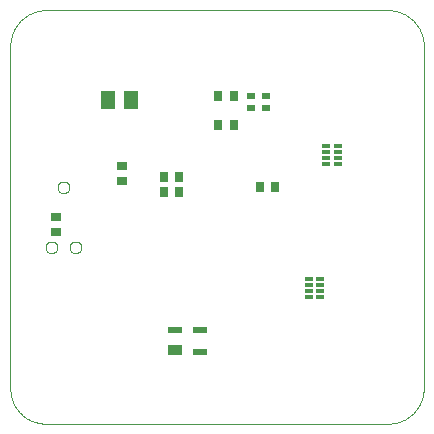
<source format=gbp>
G04 EAGLE Gerber RS-274X export*
G75*
%MOMM*%
%FSLAX35Y35*%
%LPD*%
%INsolder_paste_bottom*%
%IPPOS*%
%AMOC8*
5,1,8,0,0,1.08239X$1,22.5*%
G01*
%ADD10C,0.000000*%
%ADD11R,0.700000X0.900000*%
%ADD12R,0.900000X0.700000*%
%ADD13R,1.310000X0.940000*%
%ADD14R,1.310000X0.550000*%
%ADD15R,1.300000X1.500000*%
%ADD16R,0.650000X0.300000*%
%ADD17R,0.700000X0.600000*%


D10*
X3199983Y3499983D02*
X300074Y3499817D01*
X300074Y3499818D02*
X292788Y3499719D01*
X285506Y3499444D01*
X278233Y3498992D01*
X270973Y3498364D01*
X263730Y3497560D01*
X256509Y3496581D01*
X249314Y3495427D01*
X242149Y3494098D01*
X235018Y3492596D01*
X227926Y3490922D01*
X220876Y3489077D01*
X213874Y3487060D01*
X206922Y3484875D01*
X200025Y3482522D01*
X193188Y3480002D01*
X186413Y3477317D01*
X179706Y3474468D01*
X173070Y3471458D01*
X166509Y3468288D01*
X160026Y3464959D01*
X153626Y3461474D01*
X147313Y3457835D01*
X141089Y3454044D01*
X134960Y3450103D01*
X128928Y3446015D01*
X122996Y3441781D01*
X117170Y3437405D01*
X111451Y3432889D01*
X105843Y3428236D01*
X100349Y3423448D01*
X94974Y3418528D01*
X89719Y3413479D01*
X84589Y3408304D01*
X79585Y3403006D01*
X74711Y3397589D01*
X69970Y3392055D01*
X65365Y3386407D01*
X60898Y3380650D01*
X56572Y3374786D01*
X52390Y3368818D01*
X48353Y3362751D01*
X44465Y3356588D01*
X40727Y3350333D01*
X37143Y3343988D01*
X33713Y3337559D01*
X30440Y3331048D01*
X27326Y3324460D01*
X24372Y3317798D01*
X21581Y3311067D01*
X18954Y3304270D01*
X16493Y3297411D01*
X14199Y3290494D01*
X12073Y3283524D01*
X10117Y3276504D01*
X8332Y3269439D01*
X6718Y3262333D01*
X5278Y3255190D01*
X4011Y3248013D01*
X2918Y3240809D01*
X2001Y3233580D01*
X1259Y3226330D01*
X693Y3219065D01*
X304Y3211789D01*
X91Y3204505D01*
X92Y3204504D02*
X8Y295296D01*
X8Y295295D02*
X152Y288103D01*
X469Y280917D01*
X960Y273741D01*
X1624Y266579D01*
X2462Y259435D01*
X3471Y252313D01*
X4652Y245217D01*
X6005Y238152D01*
X7527Y231122D01*
X9219Y224131D01*
X11080Y217183D01*
X13108Y210282D01*
X15302Y203431D01*
X17661Y196636D01*
X20184Y189900D01*
X22868Y183227D01*
X25713Y176620D01*
X28717Y170084D01*
X31878Y163623D01*
X35194Y157240D01*
X38663Y150939D01*
X42284Y144723D01*
X46054Y138597D01*
X49970Y132564D01*
X54032Y126627D01*
X58235Y120790D01*
X62579Y115056D01*
X67059Y109429D01*
X71675Y103912D01*
X76422Y98508D01*
X81299Y93221D01*
X86301Y88052D01*
X91428Y83006D01*
X96674Y78086D01*
X102039Y73294D01*
X107517Y68632D01*
X113106Y64105D01*
X118803Y59713D01*
X124605Y55461D01*
X130508Y51350D01*
X136508Y47383D01*
X142602Y43562D01*
X148787Y39890D01*
X155059Y36368D01*
X161414Y32999D01*
X167849Y29784D01*
X174359Y26726D01*
X180942Y23825D01*
X187593Y21085D01*
X194308Y18506D01*
X201083Y16091D01*
X207914Y13839D01*
X214799Y11754D01*
X221731Y9835D01*
X228708Y8085D01*
X235725Y6503D01*
X242778Y5092D01*
X249863Y3851D01*
X256977Y2782D01*
X264114Y1886D01*
X271270Y1161D01*
X278442Y611D01*
X285625Y233D01*
X292815Y29D01*
X300008Y-1D01*
X300008Y0D02*
X3200000Y0D01*
X3207249Y88D01*
X3214494Y350D01*
X3221730Y788D01*
X3228954Y1401D01*
X3236161Y2187D01*
X3243347Y3148D01*
X3250507Y4282D01*
X3257638Y5589D01*
X3264735Y7068D01*
X3271795Y8717D01*
X3278812Y10537D01*
X3285784Y12526D01*
X3292705Y14683D01*
X3299572Y17006D01*
X3306381Y19495D01*
X3313128Y22148D01*
X3319809Y24962D01*
X3326420Y27938D01*
X3332957Y31072D01*
X3339417Y34363D01*
X3345795Y37810D01*
X3352088Y41409D01*
X3358292Y45160D01*
X3364404Y49059D01*
X3370419Y53105D01*
X3376336Y57295D01*
X3382149Y61627D01*
X3387856Y66098D01*
X3393453Y70705D01*
X3398937Y75447D01*
X3404305Y80319D01*
X3409553Y85320D01*
X3414680Y90447D01*
X3419681Y95695D01*
X3424553Y101063D01*
X3429295Y106547D01*
X3433902Y112144D01*
X3438373Y117851D01*
X3442705Y123664D01*
X3446895Y129581D01*
X3450941Y135596D01*
X3454840Y141708D01*
X3458591Y147912D01*
X3462190Y154205D01*
X3465637Y160583D01*
X3468928Y167043D01*
X3472062Y173580D01*
X3475038Y180191D01*
X3477852Y186872D01*
X3480505Y193619D01*
X3482994Y200428D01*
X3485317Y207295D01*
X3487474Y214216D01*
X3489463Y221188D01*
X3491283Y228205D01*
X3492932Y235265D01*
X3494411Y242362D01*
X3495718Y249493D01*
X3496852Y256653D01*
X3497813Y263839D01*
X3498599Y271046D01*
X3499212Y278270D01*
X3499650Y285506D01*
X3499912Y292751D01*
X3500000Y300000D01*
X3500000Y3199983D01*
X3499912Y3207232D01*
X3499650Y3214478D01*
X3499212Y3221714D01*
X3498599Y3228938D01*
X3497813Y3236145D01*
X3496852Y3243331D01*
X3495718Y3250492D01*
X3494411Y3257623D01*
X3492932Y3264721D01*
X3491282Y3271780D01*
X3489462Y3278798D01*
X3487473Y3285770D01*
X3485316Y3292691D01*
X3482992Y3299559D01*
X3480503Y3306368D01*
X3477851Y3313115D01*
X3475036Y3319796D01*
X3472060Y3326408D01*
X3468926Y3332945D01*
X3465634Y3339405D01*
X3462188Y3345783D01*
X3458588Y3352076D01*
X3454837Y3358280D01*
X3450938Y3364392D01*
X3446891Y3370408D01*
X3442701Y3376324D01*
X3438369Y3382137D01*
X3433898Y3387844D01*
X3429290Y3393442D01*
X3424548Y3398926D01*
X3419675Y3404294D01*
X3414674Y3409542D01*
X3409547Y3414669D01*
X3404298Y3419670D01*
X3398930Y3424542D01*
X3393445Y3429284D01*
X3387848Y3433891D01*
X3382141Y3438362D01*
X3376327Y3442694D01*
X3370411Y3446884D01*
X3364395Y3450930D01*
X3358283Y3454829D01*
X3352078Y3458580D01*
X3345785Y3462179D01*
X3339406Y3465625D01*
X3332947Y3468916D01*
X3326409Y3472051D01*
X3319798Y3475026D01*
X3313116Y3477840D01*
X3306369Y3480493D01*
X3299560Y3482981D01*
X3292692Y3485304D01*
X3285770Y3487461D01*
X3278798Y3489449D01*
X3271781Y3491269D01*
X3264721Y3492919D01*
X3257623Y3494397D01*
X3250492Y3495703D01*
X3243331Y3496837D01*
X3236145Y3497798D01*
X3228938Y3498584D01*
X3221714Y3499196D01*
X3214477Y3499633D01*
X3207232Y3499896D01*
X3199983Y3499983D01*
D11*
X1890000Y2775000D03*
X1760000Y2775000D03*
X1760000Y2525000D03*
X1890000Y2525000D03*
X1427500Y2087500D03*
X1297500Y2087500D03*
X2240000Y2000000D03*
X2110000Y2000000D03*
X1427500Y1962500D03*
X1297500Y1962500D03*
D12*
X387500Y1622500D03*
X387500Y1752500D03*
X949000Y2184000D03*
X949000Y2054000D03*
D13*
X1394000Y624000D03*
D14*
X1394000Y796000D03*
X1606000Y796000D03*
X1606000Y604000D03*
D15*
X1021000Y2744000D03*
X831000Y2744000D03*
D16*
X2675000Y2200000D03*
X2675000Y2250000D03*
X2675000Y2300000D03*
X2675000Y2350000D03*
X2775000Y2350000D03*
X2775000Y2300000D03*
X2775000Y2250000D03*
X2775000Y2200000D03*
X2525000Y1075000D03*
X2525000Y1125000D03*
X2525000Y1175000D03*
X2525000Y1225000D03*
X2625000Y1225000D03*
X2625000Y1175000D03*
X2625000Y1125000D03*
X2625000Y1075000D03*
D17*
X2162500Y2775000D03*
X2162500Y2675000D03*
X2037500Y2675000D03*
X2037500Y2775000D03*
D10*
X400470Y2000000D02*
X400485Y2001216D01*
X400530Y2002430D01*
X400604Y2003644D01*
X400709Y2004855D01*
X400842Y2006063D01*
X401006Y2007268D01*
X401199Y2008468D01*
X401422Y2009663D01*
X401673Y2010852D01*
X401954Y2012035D01*
X402264Y2013210D01*
X402603Y2014378D01*
X402970Y2015537D01*
X403365Y2016686D01*
X403789Y2017826D01*
X404240Y2018954D01*
X404719Y2020072D01*
X405225Y2021177D01*
X405759Y2022269D01*
X406318Y2023348D01*
X406905Y2024413D01*
X407517Y2025464D01*
X408154Y2026498D01*
X408817Y2027517D01*
X409505Y2028520D01*
X410217Y2029505D01*
X410953Y2030472D01*
X411713Y2031421D01*
X412495Y2032352D01*
X413301Y2033262D01*
X414128Y2034153D01*
X414977Y2035023D01*
X415847Y2035872D01*
X416738Y2036699D01*
X417648Y2037505D01*
X418579Y2038287D01*
X419528Y2039047D01*
X420495Y2039783D01*
X421480Y2040495D01*
X422483Y2041183D01*
X423502Y2041846D01*
X424536Y2042483D01*
X425587Y2043095D01*
X426652Y2043682D01*
X427731Y2044241D01*
X428823Y2044775D01*
X429928Y2045281D01*
X431046Y2045760D01*
X432174Y2046211D01*
X433314Y2046635D01*
X434463Y2047030D01*
X435622Y2047397D01*
X436790Y2047736D01*
X437965Y2048046D01*
X439148Y2048327D01*
X440337Y2048578D01*
X441532Y2048801D01*
X442732Y2048994D01*
X443937Y2049158D01*
X445145Y2049291D01*
X446356Y2049396D01*
X447570Y2049470D01*
X448784Y2049515D01*
X450000Y2049530D01*
X451216Y2049515D01*
X452430Y2049470D01*
X453644Y2049396D01*
X454855Y2049291D01*
X456063Y2049158D01*
X457268Y2048994D01*
X458468Y2048801D01*
X459663Y2048578D01*
X460852Y2048327D01*
X462035Y2048046D01*
X463210Y2047736D01*
X464378Y2047397D01*
X465537Y2047030D01*
X466686Y2046635D01*
X467826Y2046211D01*
X468954Y2045760D01*
X470072Y2045281D01*
X471177Y2044775D01*
X472269Y2044241D01*
X473348Y2043682D01*
X474413Y2043095D01*
X475464Y2042483D01*
X476498Y2041846D01*
X477517Y2041183D01*
X478520Y2040495D01*
X479505Y2039783D01*
X480472Y2039047D01*
X481421Y2038287D01*
X482352Y2037505D01*
X483262Y2036699D01*
X484153Y2035872D01*
X485023Y2035023D01*
X485872Y2034153D01*
X486699Y2033262D01*
X487505Y2032352D01*
X488287Y2031421D01*
X489047Y2030472D01*
X489783Y2029505D01*
X490495Y2028520D01*
X491183Y2027517D01*
X491846Y2026498D01*
X492483Y2025464D01*
X493095Y2024413D01*
X493682Y2023348D01*
X494241Y2022269D01*
X494775Y2021177D01*
X495281Y2020072D01*
X495760Y2018954D01*
X496211Y2017826D01*
X496635Y2016686D01*
X497030Y2015537D01*
X497397Y2014378D01*
X497736Y2013210D01*
X498046Y2012035D01*
X498327Y2010852D01*
X498578Y2009663D01*
X498801Y2008468D01*
X498994Y2007268D01*
X499158Y2006063D01*
X499291Y2004855D01*
X499396Y2003644D01*
X499470Y2002430D01*
X499515Y2001216D01*
X499530Y2000000D01*
X499515Y1998784D01*
X499470Y1997570D01*
X499396Y1996356D01*
X499291Y1995145D01*
X499158Y1993937D01*
X498994Y1992732D01*
X498801Y1991532D01*
X498578Y1990337D01*
X498327Y1989148D01*
X498046Y1987965D01*
X497736Y1986790D01*
X497397Y1985622D01*
X497030Y1984463D01*
X496635Y1983314D01*
X496211Y1982174D01*
X495760Y1981046D01*
X495281Y1979928D01*
X494775Y1978823D01*
X494241Y1977731D01*
X493682Y1976652D01*
X493095Y1975587D01*
X492483Y1974536D01*
X491846Y1973502D01*
X491183Y1972483D01*
X490495Y1971480D01*
X489783Y1970495D01*
X489047Y1969528D01*
X488287Y1968579D01*
X487505Y1967648D01*
X486699Y1966738D01*
X485872Y1965847D01*
X485023Y1964977D01*
X484153Y1964128D01*
X483262Y1963301D01*
X482352Y1962495D01*
X481421Y1961713D01*
X480472Y1960953D01*
X479505Y1960217D01*
X478520Y1959505D01*
X477517Y1958817D01*
X476498Y1958154D01*
X475464Y1957517D01*
X474413Y1956905D01*
X473348Y1956318D01*
X472269Y1955759D01*
X471177Y1955225D01*
X470072Y1954719D01*
X468954Y1954240D01*
X467826Y1953789D01*
X466686Y1953365D01*
X465537Y1952970D01*
X464378Y1952603D01*
X463210Y1952264D01*
X462035Y1951954D01*
X460852Y1951673D01*
X459663Y1951422D01*
X458468Y1951199D01*
X457268Y1951006D01*
X456063Y1950842D01*
X454855Y1950709D01*
X453644Y1950604D01*
X452430Y1950530D01*
X451216Y1950485D01*
X450000Y1950470D01*
X448784Y1950485D01*
X447570Y1950530D01*
X446356Y1950604D01*
X445145Y1950709D01*
X443937Y1950842D01*
X442732Y1951006D01*
X441532Y1951199D01*
X440337Y1951422D01*
X439148Y1951673D01*
X437965Y1951954D01*
X436790Y1952264D01*
X435622Y1952603D01*
X434463Y1952970D01*
X433314Y1953365D01*
X432174Y1953789D01*
X431046Y1954240D01*
X429928Y1954719D01*
X428823Y1955225D01*
X427731Y1955759D01*
X426652Y1956318D01*
X425587Y1956905D01*
X424536Y1957517D01*
X423502Y1958154D01*
X422483Y1958817D01*
X421480Y1959505D01*
X420495Y1960217D01*
X419528Y1960953D01*
X418579Y1961713D01*
X417648Y1962495D01*
X416738Y1963301D01*
X415847Y1964128D01*
X414977Y1964977D01*
X414128Y1965847D01*
X413301Y1966738D01*
X412495Y1967648D01*
X411713Y1968579D01*
X410953Y1969528D01*
X410217Y1970495D01*
X409505Y1971480D01*
X408817Y1972483D01*
X408154Y1973502D01*
X407517Y1974536D01*
X406905Y1975587D01*
X406318Y1976652D01*
X405759Y1977731D01*
X405225Y1978823D01*
X404719Y1979928D01*
X404240Y1981046D01*
X403789Y1982174D01*
X403365Y1983314D01*
X402970Y1984463D01*
X402603Y1985622D01*
X402264Y1986790D01*
X401954Y1987965D01*
X401673Y1989148D01*
X401422Y1990337D01*
X401199Y1991532D01*
X401006Y1992732D01*
X400842Y1993937D01*
X400709Y1995145D01*
X400604Y1996356D01*
X400530Y1997570D01*
X400485Y1998784D01*
X400470Y2000000D01*
X298870Y1492000D02*
X298885Y1493216D01*
X298930Y1494430D01*
X299004Y1495644D01*
X299109Y1496855D01*
X299242Y1498063D01*
X299406Y1499268D01*
X299599Y1500468D01*
X299822Y1501663D01*
X300073Y1502852D01*
X300354Y1504035D01*
X300664Y1505210D01*
X301003Y1506378D01*
X301370Y1507537D01*
X301765Y1508686D01*
X302189Y1509826D01*
X302640Y1510954D01*
X303119Y1512072D01*
X303625Y1513177D01*
X304159Y1514269D01*
X304718Y1515348D01*
X305305Y1516413D01*
X305917Y1517464D01*
X306554Y1518498D01*
X307217Y1519517D01*
X307905Y1520520D01*
X308617Y1521505D01*
X309353Y1522472D01*
X310113Y1523421D01*
X310895Y1524352D01*
X311701Y1525262D01*
X312528Y1526153D01*
X313377Y1527023D01*
X314247Y1527872D01*
X315138Y1528699D01*
X316048Y1529505D01*
X316979Y1530287D01*
X317928Y1531047D01*
X318895Y1531783D01*
X319880Y1532495D01*
X320883Y1533183D01*
X321902Y1533846D01*
X322936Y1534483D01*
X323987Y1535095D01*
X325052Y1535682D01*
X326131Y1536241D01*
X327223Y1536775D01*
X328328Y1537281D01*
X329446Y1537760D01*
X330574Y1538211D01*
X331714Y1538635D01*
X332863Y1539030D01*
X334022Y1539397D01*
X335190Y1539736D01*
X336365Y1540046D01*
X337548Y1540327D01*
X338737Y1540578D01*
X339932Y1540801D01*
X341132Y1540994D01*
X342337Y1541158D01*
X343545Y1541291D01*
X344756Y1541396D01*
X345970Y1541470D01*
X347184Y1541515D01*
X348400Y1541530D01*
X349616Y1541515D01*
X350830Y1541470D01*
X352044Y1541396D01*
X353255Y1541291D01*
X354463Y1541158D01*
X355668Y1540994D01*
X356868Y1540801D01*
X358063Y1540578D01*
X359252Y1540327D01*
X360435Y1540046D01*
X361610Y1539736D01*
X362778Y1539397D01*
X363937Y1539030D01*
X365086Y1538635D01*
X366226Y1538211D01*
X367354Y1537760D01*
X368472Y1537281D01*
X369577Y1536775D01*
X370669Y1536241D01*
X371748Y1535682D01*
X372813Y1535095D01*
X373864Y1534483D01*
X374898Y1533846D01*
X375917Y1533183D01*
X376920Y1532495D01*
X377905Y1531783D01*
X378872Y1531047D01*
X379821Y1530287D01*
X380752Y1529505D01*
X381662Y1528699D01*
X382553Y1527872D01*
X383423Y1527023D01*
X384272Y1526153D01*
X385099Y1525262D01*
X385905Y1524352D01*
X386687Y1523421D01*
X387447Y1522472D01*
X388183Y1521505D01*
X388895Y1520520D01*
X389583Y1519517D01*
X390246Y1518498D01*
X390883Y1517464D01*
X391495Y1516413D01*
X392082Y1515348D01*
X392641Y1514269D01*
X393175Y1513177D01*
X393681Y1512072D01*
X394160Y1510954D01*
X394611Y1509826D01*
X395035Y1508686D01*
X395430Y1507537D01*
X395797Y1506378D01*
X396136Y1505210D01*
X396446Y1504035D01*
X396727Y1502852D01*
X396978Y1501663D01*
X397201Y1500468D01*
X397394Y1499268D01*
X397558Y1498063D01*
X397691Y1496855D01*
X397796Y1495644D01*
X397870Y1494430D01*
X397915Y1493216D01*
X397930Y1492000D01*
X397915Y1490784D01*
X397870Y1489570D01*
X397796Y1488356D01*
X397691Y1487145D01*
X397558Y1485937D01*
X397394Y1484732D01*
X397201Y1483532D01*
X396978Y1482337D01*
X396727Y1481148D01*
X396446Y1479965D01*
X396136Y1478790D01*
X395797Y1477622D01*
X395430Y1476463D01*
X395035Y1475314D01*
X394611Y1474174D01*
X394160Y1473046D01*
X393681Y1471928D01*
X393175Y1470823D01*
X392641Y1469731D01*
X392082Y1468652D01*
X391495Y1467587D01*
X390883Y1466536D01*
X390246Y1465502D01*
X389583Y1464483D01*
X388895Y1463480D01*
X388183Y1462495D01*
X387447Y1461528D01*
X386687Y1460579D01*
X385905Y1459648D01*
X385099Y1458738D01*
X384272Y1457847D01*
X383423Y1456977D01*
X382553Y1456128D01*
X381662Y1455301D01*
X380752Y1454495D01*
X379821Y1453713D01*
X378872Y1452953D01*
X377905Y1452217D01*
X376920Y1451505D01*
X375917Y1450817D01*
X374898Y1450154D01*
X373864Y1449517D01*
X372813Y1448905D01*
X371748Y1448318D01*
X370669Y1447759D01*
X369577Y1447225D01*
X368472Y1446719D01*
X367354Y1446240D01*
X366226Y1445789D01*
X365086Y1445365D01*
X363937Y1444970D01*
X362778Y1444603D01*
X361610Y1444264D01*
X360435Y1443954D01*
X359252Y1443673D01*
X358063Y1443422D01*
X356868Y1443199D01*
X355668Y1443006D01*
X354463Y1442842D01*
X353255Y1442709D01*
X352044Y1442604D01*
X350830Y1442530D01*
X349616Y1442485D01*
X348400Y1442470D01*
X347184Y1442485D01*
X345970Y1442530D01*
X344756Y1442604D01*
X343545Y1442709D01*
X342337Y1442842D01*
X341132Y1443006D01*
X339932Y1443199D01*
X338737Y1443422D01*
X337548Y1443673D01*
X336365Y1443954D01*
X335190Y1444264D01*
X334022Y1444603D01*
X332863Y1444970D01*
X331714Y1445365D01*
X330574Y1445789D01*
X329446Y1446240D01*
X328328Y1446719D01*
X327223Y1447225D01*
X326131Y1447759D01*
X325052Y1448318D01*
X323987Y1448905D01*
X322936Y1449517D01*
X321902Y1450154D01*
X320883Y1450817D01*
X319880Y1451505D01*
X318895Y1452217D01*
X317928Y1452953D01*
X316979Y1453713D01*
X316048Y1454495D01*
X315138Y1455301D01*
X314247Y1456128D01*
X313377Y1456977D01*
X312528Y1457847D01*
X311701Y1458738D01*
X310895Y1459648D01*
X310113Y1460579D01*
X309353Y1461528D01*
X308617Y1462495D01*
X307905Y1463480D01*
X307217Y1464483D01*
X306554Y1465502D01*
X305917Y1466536D01*
X305305Y1467587D01*
X304718Y1468652D01*
X304159Y1469731D01*
X303625Y1470823D01*
X303119Y1471928D01*
X302640Y1473046D01*
X302189Y1474174D01*
X301765Y1475314D01*
X301370Y1476463D01*
X301003Y1477622D01*
X300664Y1478790D01*
X300354Y1479965D01*
X300073Y1481148D01*
X299822Y1482337D01*
X299599Y1483532D01*
X299406Y1484732D01*
X299242Y1485937D01*
X299109Y1487145D01*
X299004Y1488356D01*
X298930Y1489570D01*
X298885Y1490784D01*
X298870Y1492000D01*
X502070Y1492000D02*
X502085Y1493216D01*
X502130Y1494430D01*
X502204Y1495644D01*
X502309Y1496855D01*
X502442Y1498063D01*
X502606Y1499268D01*
X502799Y1500468D01*
X503022Y1501663D01*
X503273Y1502852D01*
X503554Y1504035D01*
X503864Y1505210D01*
X504203Y1506378D01*
X504570Y1507537D01*
X504965Y1508686D01*
X505389Y1509826D01*
X505840Y1510954D01*
X506319Y1512072D01*
X506825Y1513177D01*
X507359Y1514269D01*
X507918Y1515348D01*
X508505Y1516413D01*
X509117Y1517464D01*
X509754Y1518498D01*
X510417Y1519517D01*
X511105Y1520520D01*
X511817Y1521505D01*
X512553Y1522472D01*
X513313Y1523421D01*
X514095Y1524352D01*
X514901Y1525262D01*
X515728Y1526153D01*
X516577Y1527023D01*
X517447Y1527872D01*
X518338Y1528699D01*
X519248Y1529505D01*
X520179Y1530287D01*
X521128Y1531047D01*
X522095Y1531783D01*
X523080Y1532495D01*
X524083Y1533183D01*
X525102Y1533846D01*
X526136Y1534483D01*
X527187Y1535095D01*
X528252Y1535682D01*
X529331Y1536241D01*
X530423Y1536775D01*
X531528Y1537281D01*
X532646Y1537760D01*
X533774Y1538211D01*
X534914Y1538635D01*
X536063Y1539030D01*
X537222Y1539397D01*
X538390Y1539736D01*
X539565Y1540046D01*
X540748Y1540327D01*
X541937Y1540578D01*
X543132Y1540801D01*
X544332Y1540994D01*
X545537Y1541158D01*
X546745Y1541291D01*
X547956Y1541396D01*
X549170Y1541470D01*
X550384Y1541515D01*
X551600Y1541530D01*
X552816Y1541515D01*
X554030Y1541470D01*
X555244Y1541396D01*
X556455Y1541291D01*
X557663Y1541158D01*
X558868Y1540994D01*
X560068Y1540801D01*
X561263Y1540578D01*
X562452Y1540327D01*
X563635Y1540046D01*
X564810Y1539736D01*
X565978Y1539397D01*
X567137Y1539030D01*
X568286Y1538635D01*
X569426Y1538211D01*
X570554Y1537760D01*
X571672Y1537281D01*
X572777Y1536775D01*
X573869Y1536241D01*
X574948Y1535682D01*
X576013Y1535095D01*
X577064Y1534483D01*
X578098Y1533846D01*
X579117Y1533183D01*
X580120Y1532495D01*
X581105Y1531783D01*
X582072Y1531047D01*
X583021Y1530287D01*
X583952Y1529505D01*
X584862Y1528699D01*
X585753Y1527872D01*
X586623Y1527023D01*
X587472Y1526153D01*
X588299Y1525262D01*
X589105Y1524352D01*
X589887Y1523421D01*
X590647Y1522472D01*
X591383Y1521505D01*
X592095Y1520520D01*
X592783Y1519517D01*
X593446Y1518498D01*
X594083Y1517464D01*
X594695Y1516413D01*
X595282Y1515348D01*
X595841Y1514269D01*
X596375Y1513177D01*
X596881Y1512072D01*
X597360Y1510954D01*
X597811Y1509826D01*
X598235Y1508686D01*
X598630Y1507537D01*
X598997Y1506378D01*
X599336Y1505210D01*
X599646Y1504035D01*
X599927Y1502852D01*
X600178Y1501663D01*
X600401Y1500468D01*
X600594Y1499268D01*
X600758Y1498063D01*
X600891Y1496855D01*
X600996Y1495644D01*
X601070Y1494430D01*
X601115Y1493216D01*
X601130Y1492000D01*
X601115Y1490784D01*
X601070Y1489570D01*
X600996Y1488356D01*
X600891Y1487145D01*
X600758Y1485937D01*
X600594Y1484732D01*
X600401Y1483532D01*
X600178Y1482337D01*
X599927Y1481148D01*
X599646Y1479965D01*
X599336Y1478790D01*
X598997Y1477622D01*
X598630Y1476463D01*
X598235Y1475314D01*
X597811Y1474174D01*
X597360Y1473046D01*
X596881Y1471928D01*
X596375Y1470823D01*
X595841Y1469731D01*
X595282Y1468652D01*
X594695Y1467587D01*
X594083Y1466536D01*
X593446Y1465502D01*
X592783Y1464483D01*
X592095Y1463480D01*
X591383Y1462495D01*
X590647Y1461528D01*
X589887Y1460579D01*
X589105Y1459648D01*
X588299Y1458738D01*
X587472Y1457847D01*
X586623Y1456977D01*
X585753Y1456128D01*
X584862Y1455301D01*
X583952Y1454495D01*
X583021Y1453713D01*
X582072Y1452953D01*
X581105Y1452217D01*
X580120Y1451505D01*
X579117Y1450817D01*
X578098Y1450154D01*
X577064Y1449517D01*
X576013Y1448905D01*
X574948Y1448318D01*
X573869Y1447759D01*
X572777Y1447225D01*
X571672Y1446719D01*
X570554Y1446240D01*
X569426Y1445789D01*
X568286Y1445365D01*
X567137Y1444970D01*
X565978Y1444603D01*
X564810Y1444264D01*
X563635Y1443954D01*
X562452Y1443673D01*
X561263Y1443422D01*
X560068Y1443199D01*
X558868Y1443006D01*
X557663Y1442842D01*
X556455Y1442709D01*
X555244Y1442604D01*
X554030Y1442530D01*
X552816Y1442485D01*
X551600Y1442470D01*
X550384Y1442485D01*
X549170Y1442530D01*
X547956Y1442604D01*
X546745Y1442709D01*
X545537Y1442842D01*
X544332Y1443006D01*
X543132Y1443199D01*
X541937Y1443422D01*
X540748Y1443673D01*
X539565Y1443954D01*
X538390Y1444264D01*
X537222Y1444603D01*
X536063Y1444970D01*
X534914Y1445365D01*
X533774Y1445789D01*
X532646Y1446240D01*
X531528Y1446719D01*
X530423Y1447225D01*
X529331Y1447759D01*
X528252Y1448318D01*
X527187Y1448905D01*
X526136Y1449517D01*
X525102Y1450154D01*
X524083Y1450817D01*
X523080Y1451505D01*
X522095Y1452217D01*
X521128Y1452953D01*
X520179Y1453713D01*
X519248Y1454495D01*
X518338Y1455301D01*
X517447Y1456128D01*
X516577Y1456977D01*
X515728Y1457847D01*
X514901Y1458738D01*
X514095Y1459648D01*
X513313Y1460579D01*
X512553Y1461528D01*
X511817Y1462495D01*
X511105Y1463480D01*
X510417Y1464483D01*
X509754Y1465502D01*
X509117Y1466536D01*
X508505Y1467587D01*
X507918Y1468652D01*
X507359Y1469731D01*
X506825Y1470823D01*
X506319Y1471928D01*
X505840Y1473046D01*
X505389Y1474174D01*
X504965Y1475314D01*
X504570Y1476463D01*
X504203Y1477622D01*
X503864Y1478790D01*
X503554Y1479965D01*
X503273Y1481148D01*
X503022Y1482337D01*
X502799Y1483532D01*
X502606Y1484732D01*
X502442Y1485937D01*
X502309Y1487145D01*
X502204Y1488356D01*
X502130Y1489570D01*
X502085Y1490784D01*
X502070Y1492000D01*
M02*

</source>
